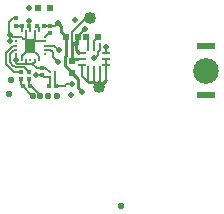
<source format=gbl>
%FSLAX24Y24*%
%MOIN*%
G70*
G01*
G75*
G04 Layer_Physical_Order=4*
G04 Layer_Color=16711680*
%ADD10R,0.0197X0.0197*%
%ADD11O,0.0295X0.0118*%
%ADD12O,0.0118X0.0295*%
%ADD13R,0.1102X0.1102*%
%ADD14R,0.0945X0.0295*%
%ADD15R,0.0098X0.0217*%
%ADD16R,0.0118X0.0118*%
%ADD17R,0.0118X0.0118*%
%ADD18R,0.0472X0.0394*%
%ADD19R,0.0472X0.0394*%
%ADD20C,0.0060*%
%ADD21C,0.0100*%
%ADD22C,0.0080*%
%ADD23C,0.0200*%
%ADD24C,0.0090*%
%ADD25C,0.0853*%
%ADD26C,0.0400*%
%ADD27C,0.0200*%
%ADD28C,0.0220*%
%ADD29C,0.1014*%
%ADD30C,0.0490*%
%ADD31C,0.0300*%
%ADD32C,0.0320*%
%ADD33C,0.0318*%
%ADD34R,0.0197X0.0197*%
%ADD35R,0.0060X0.0079*%
%ADD36R,0.0079X0.0060*%
%ADD37R,0.0335X0.0512*%
%ADD38R,0.0591X0.0197*%
%ADD39C,0.0097*%
G04:AMPARAMS|DCode=40|XSize=7.9mil|YSize=23.6mil|CornerRadius=0mil|HoleSize=0mil|Usage=FLASHONLY|Rotation=270.000|XOffset=0mil|YOffset=0mil|HoleType=Round|Shape=Octagon|*
%AMOCTAGOND40*
4,1,8,0.0118,0.0020,0.0118,-0.0020,0.0098,-0.0039,-0.0098,-0.0039,-0.0118,-0.0020,-0.0118,0.0020,-0.0098,0.0039,0.0098,0.0039,0.0118,0.0020,0.0*
%
%ADD40OCTAGOND40*%

%ADD41O,0.0276X0.0079*%
G04:AMPARAMS|DCode=42|XSize=7.9mil|YSize=23.6mil|CornerRadius=0mil|HoleSize=0mil|Usage=FLASHONLY|Rotation=0.000|XOffset=0mil|YOffset=0mil|HoleType=Round|Shape=Octagon|*
%AMOCTAGOND42*
4,1,8,-0.0020,0.0118,0.0020,0.0118,0.0039,0.0098,0.0039,-0.0098,0.0020,-0.0118,-0.0020,-0.0118,-0.0039,-0.0098,-0.0039,0.0098,-0.0020,0.0118,0.0*
%
%ADD42OCTAGOND42*%

G04:AMPARAMS|DCode=43|XSize=7.9mil|YSize=27.6mil|CornerRadius=2mil|HoleSize=0mil|Usage=FLASHONLY|Rotation=0.000|XOffset=0mil|YOffset=0mil|HoleType=Round|Shape=RoundedRectangle|*
%AMROUNDEDRECTD43*
21,1,0.0079,0.0236,0,0,0.0*
21,1,0.0039,0.0276,0,0,0.0*
1,1,0.0039,0.0020,-0.0118*
1,1,0.0039,-0.0020,-0.0118*
1,1,0.0039,-0.0020,0.0118*
1,1,0.0039,0.0020,0.0118*
%
%ADD43ROUNDEDRECTD43*%
%ADD44O,0.0079X0.0276*%
D10*
X17530Y17083D02*
D03*
Y17477D02*
D03*
D16*
X16550Y17002D02*
D03*
Y17238D02*
D03*
X16810Y18638D02*
D03*
Y18402D02*
D03*
X15660Y18652D02*
D03*
Y18888D02*
D03*
X16100Y17118D02*
D03*
Y16882D02*
D03*
X15840Y17098D02*
D03*
Y16862D02*
D03*
D17*
X15892Y16640D02*
D03*
X16128D02*
D03*
X16762D02*
D03*
X16998D02*
D03*
X16608Y18640D02*
D03*
X16372D02*
D03*
X16106Y18650D02*
D03*
X15870D02*
D03*
D20*
X17542Y18144D02*
Y18440D01*
X17530Y18133D02*
X17542Y18144D01*
X17530Y18104D02*
Y18133D01*
X17766Y17744D02*
X17890D01*
X17969Y18540D02*
X17990D01*
X17747Y18318D02*
X17969Y18540D01*
X17747Y18280D02*
Y18318D01*
X18279Y18152D02*
X18407Y18280D01*
X18410Y17760D02*
X18476Y17826D01*
X18410Y17680D02*
Y17760D01*
X18330Y17600D02*
X18410Y17680D01*
X16960Y16678D02*
Y16930D01*
Y16678D02*
X16998Y16640D01*
X18476Y17826D02*
Y17936D01*
X18082D02*
Y18280D01*
X18279Y17936D02*
Y18152D01*
X16998Y16640D02*
X17300D01*
X17350Y16690D01*
X17530D01*
X16968Y18638D02*
X17070Y18740D01*
X16810Y18638D02*
X16968D01*
X16808Y18640D02*
X16810Y18638D01*
X16608Y18640D02*
X16808D01*
X16960Y16930D02*
Y17087D01*
X16762Y16640D02*
X16803Y16681D01*
Y16930D01*
X16622D02*
X16803D01*
X16550Y17002D02*
X16622Y16930D01*
X16550Y17238D02*
X16652D01*
X16803Y17087D01*
X16300Y17030D02*
X16328Y17002D01*
X16550D01*
X16364Y17238D02*
X16550D01*
X16222Y17381D02*
X16364Y17238D01*
X15562Y18258D02*
X15682D01*
X16895Y17615D02*
X17090Y17420D01*
X16895Y17615D02*
Y17755D01*
X16805Y17845D02*
X16895Y17755D01*
X16627Y17845D02*
X16805D01*
X16627Y17982D02*
X16958D01*
X17120Y17820D01*
X16154Y17896D02*
Y17897D01*
X15879Y17622D02*
X16154Y17897D01*
X16106Y18650D02*
Y18804D01*
X16154Y17896D02*
X16430Y17620D01*
Y17510D02*
Y17620D01*
X16627Y18258D02*
X16771Y18402D01*
X16810D01*
X16372Y18640D02*
X16430Y18582D01*
Y18455D02*
Y18582D01*
X15660Y18652D02*
X15662Y18650D01*
X15870D01*
X15879Y18641D01*
Y18455D02*
Y18641D01*
X16106Y18650D02*
X16154Y18602D01*
Y18455D02*
Y18602D01*
X16017Y18213D02*
Y18455D01*
Y18120D02*
Y18213D01*
X15865Y18258D02*
X15910Y18213D01*
X15682Y18258D02*
X15865D01*
X15910Y18213D02*
X16017D01*
Y18120D02*
X16154Y17982D01*
Y17897D02*
Y17982D01*
X15879Y17510D02*
Y17622D01*
X16223Y16300D02*
X16230D01*
X15892Y16631D02*
X16223Y16300D01*
X15892Y16631D02*
Y16640D01*
X16480Y16300D02*
Y16333D01*
X16173Y16640D02*
X16480Y16333D01*
X16128Y16640D02*
X16173D01*
X16100Y16668D02*
X16128Y16640D01*
X16100Y16668D02*
Y16882D01*
X15840Y16692D02*
X15892Y16640D01*
X15840Y16692D02*
Y16862D01*
X15591Y17982D02*
X15682D01*
X15663Y17261D02*
X15957D01*
X16100Y17118D01*
X15623Y17845D02*
X15682D01*
X16292Y17451D02*
Y17510D01*
X16222Y17381D02*
X16292Y17451D01*
X15981Y17381D02*
X16222D01*
X16017Y17417D02*
Y17510D01*
X15981Y17381D02*
X16017Y17417D01*
X16154Y17982D02*
Y18120D01*
X16292D02*
X16627D01*
X16292D02*
Y18455D01*
X15682Y17418D02*
Y17707D01*
Y17418D02*
X15719Y17381D01*
X15981D01*
X15613Y17310D02*
X15663Y17261D01*
X15581Y17310D02*
X15613D01*
X15470Y17421D02*
X15581Y17310D01*
X15350Y17372D02*
Y17741D01*
Y17372D02*
X15623Y17098D01*
X15470Y17421D02*
Y17692D01*
X15623Y17845D01*
X15350Y17741D02*
X15591Y17982D01*
X15623Y17098D02*
X15840D01*
X15568Y18888D02*
X15660D01*
X15450Y18770D02*
X15568Y18888D01*
X15450Y18370D02*
Y18770D01*
X18668Y17350D02*
Y17547D01*
Y16838D02*
Y17350D01*
X18440Y16610D02*
X18476Y16646D01*
Y17158D01*
X17890Y16960D02*
Y17350D01*
X18082Y16768D02*
Y17158D01*
X18279Y16771D02*
Y17158D01*
X17890Y16960D02*
X18079Y16771D01*
X15450Y18370D02*
X15562Y18258D01*
X16154Y18120D02*
X16292D01*
D21*
X17530Y17083D02*
Y17093D01*
X17322Y17301D02*
X17530Y17093D01*
X17322Y17301D02*
Y17621D01*
X17353Y17652D01*
Y18280D01*
X17163Y18470D02*
X17353Y18280D01*
X17700Y18048D02*
Y18181D01*
X17690Y18038D02*
X17700Y18048D01*
X17530Y17477D02*
Y18104D01*
X17690Y17820D02*
X17766Y17744D01*
X17070Y18740D02*
X17163Y18647D01*
Y18470D02*
Y18647D01*
X18476Y16646D02*
X18668Y16838D01*
X18279Y16771D02*
X18440Y16610D01*
X18079Y16771D02*
X18279D01*
X17600Y17547D02*
X17730D01*
X17530Y17083D02*
X17740Y16873D01*
Y16600D02*
Y16873D01*
Y16600D02*
X17890Y16450D01*
X17690Y17820D02*
Y18020D01*
Y18038D01*
X17700Y18181D02*
X17747Y18228D01*
Y18280D01*
D22*
X17993Y18890D02*
X18150D01*
X17543Y18440D02*
X17993Y18890D01*
X17542Y18440D02*
X17543D01*
X18668Y17888D02*
X18690Y17910D01*
X18668Y17744D02*
Y17888D01*
X17730Y17547D02*
X17890D01*
D25*
X22020Y17150D02*
D03*
D26*
X18150Y18890D02*
D03*
X18440Y16610D02*
D03*
D27*
X17990Y18540D02*
D03*
X17650Y18830D02*
D03*
X18690Y17940D02*
D03*
X18280Y17570D02*
D03*
X17530Y16690D02*
D03*
X17070Y18740D02*
D03*
X16328Y17002D02*
D03*
X15460Y18350D02*
D03*
X17520Y16330D02*
D03*
X16100Y18810D02*
D03*
X17120Y17820D02*
D03*
X17090Y17420D02*
D03*
X16110Y19250D02*
D03*
X15660Y17500D02*
D03*
X15460Y18130D02*
D03*
X17890Y16450D02*
D03*
X17690Y18020D02*
D03*
D28*
X15450Y16360D02*
D03*
X15500Y16820D02*
D03*
X19160Y12650D02*
D03*
X16750Y16290D02*
D03*
X17040Y16300D02*
D03*
X16480D02*
D03*
X16230D02*
D03*
D34*
X16423Y19220D02*
D03*
X16817D02*
D03*
X17747Y18280D02*
D03*
X17353D02*
D03*
X18407Y18260D02*
D03*
X18013D02*
D03*
D35*
X16430Y17510D02*
D03*
X16292D02*
D03*
X16154D02*
D03*
X16017D02*
D03*
X15879D02*
D03*
Y18455D02*
D03*
X16017D02*
D03*
X16154D02*
D03*
X16292D02*
D03*
X16430D02*
D03*
D36*
X15682Y17707D02*
D03*
Y17845D02*
D03*
Y17982D02*
D03*
Y18120D02*
D03*
Y18258D02*
D03*
X16627D02*
D03*
Y18120D02*
D03*
Y17982D02*
D03*
Y17845D02*
D03*
Y17707D02*
D03*
D37*
X16154Y17982D02*
D03*
D38*
X22020Y17957D02*
D03*
Y16343D02*
D03*
D39*
X16960Y16930D02*
D03*
X16803D02*
D03*
X16960Y17087D02*
D03*
X16803D02*
D03*
D40*
X17890Y17350D02*
D03*
Y17744D02*
D03*
X18668D02*
D03*
Y17350D02*
D03*
D41*
X17890Y17547D02*
D03*
X18668D02*
D03*
D42*
X18082Y17936D02*
D03*
X18476D02*
D03*
Y17158D02*
D03*
X18082D02*
D03*
D43*
X18279Y17936D02*
D03*
D44*
Y17158D02*
D03*
M02*

</source>
